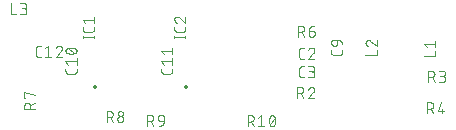
<source format=gbr>
G04 EAGLE Gerber RS-274X export*
G75*
%MOMM*%
%FSLAX34Y34*%
%LPD*%
%INSilkscreen Top*%
%IPPOS*%
%AMOC8*
5,1,8,0,0,1.08239X$1,22.5*%
G01*
%ADD10C,0.152400*%
%ADD11C,0.076200*%


D10*
X82300Y134500D02*
X82302Y134552D01*
X82308Y134604D01*
X82318Y134656D01*
X82331Y134706D01*
X82348Y134756D01*
X82369Y134804D01*
X82394Y134850D01*
X82422Y134894D01*
X82453Y134936D01*
X82487Y134976D01*
X82524Y135013D01*
X82564Y135047D01*
X82606Y135078D01*
X82650Y135106D01*
X82696Y135131D01*
X82744Y135152D01*
X82794Y135169D01*
X82844Y135182D01*
X82896Y135192D01*
X82948Y135198D01*
X83000Y135200D01*
X83052Y135198D01*
X83104Y135192D01*
X83156Y135182D01*
X83206Y135169D01*
X83256Y135152D01*
X83304Y135131D01*
X83350Y135106D01*
X83394Y135078D01*
X83436Y135047D01*
X83476Y135013D01*
X83513Y134976D01*
X83547Y134936D01*
X83578Y134894D01*
X83606Y134850D01*
X83631Y134804D01*
X83652Y134756D01*
X83669Y134706D01*
X83682Y134656D01*
X83692Y134604D01*
X83698Y134552D01*
X83700Y134500D01*
X83698Y134448D01*
X83692Y134396D01*
X83682Y134344D01*
X83669Y134294D01*
X83652Y134244D01*
X83631Y134196D01*
X83606Y134150D01*
X83578Y134106D01*
X83547Y134064D01*
X83513Y134024D01*
X83476Y133987D01*
X83436Y133953D01*
X83394Y133922D01*
X83350Y133894D01*
X83304Y133869D01*
X83256Y133848D01*
X83206Y133831D01*
X83156Y133818D01*
X83104Y133808D01*
X83052Y133802D01*
X83000Y133800D01*
X82948Y133802D01*
X82896Y133808D01*
X82844Y133818D01*
X82794Y133831D01*
X82744Y133848D01*
X82696Y133869D01*
X82650Y133894D01*
X82606Y133922D01*
X82564Y133953D01*
X82524Y133987D01*
X82487Y134024D01*
X82453Y134064D01*
X82422Y134106D01*
X82394Y134150D01*
X82369Y134196D01*
X82348Y134244D01*
X82331Y134294D01*
X82318Y134344D01*
X82308Y134396D01*
X82302Y134448D01*
X82300Y134500D01*
X159300Y134500D02*
X159302Y134552D01*
X159308Y134604D01*
X159318Y134656D01*
X159331Y134706D01*
X159348Y134756D01*
X159369Y134804D01*
X159394Y134850D01*
X159422Y134894D01*
X159453Y134936D01*
X159487Y134976D01*
X159524Y135013D01*
X159564Y135047D01*
X159606Y135078D01*
X159650Y135106D01*
X159696Y135131D01*
X159744Y135152D01*
X159794Y135169D01*
X159844Y135182D01*
X159896Y135192D01*
X159948Y135198D01*
X160000Y135200D01*
X160052Y135198D01*
X160104Y135192D01*
X160156Y135182D01*
X160206Y135169D01*
X160256Y135152D01*
X160304Y135131D01*
X160350Y135106D01*
X160394Y135078D01*
X160436Y135047D01*
X160476Y135013D01*
X160513Y134976D01*
X160547Y134936D01*
X160578Y134894D01*
X160606Y134850D01*
X160631Y134804D01*
X160652Y134756D01*
X160669Y134706D01*
X160682Y134656D01*
X160692Y134604D01*
X160698Y134552D01*
X160700Y134500D01*
X160698Y134448D01*
X160692Y134396D01*
X160682Y134344D01*
X160669Y134294D01*
X160652Y134244D01*
X160631Y134196D01*
X160606Y134150D01*
X160578Y134106D01*
X160547Y134064D01*
X160513Y134024D01*
X160476Y133987D01*
X160436Y133953D01*
X160394Y133922D01*
X160350Y133894D01*
X160304Y133869D01*
X160256Y133848D01*
X160206Y133831D01*
X160156Y133818D01*
X160104Y133808D01*
X160052Y133802D01*
X160000Y133800D01*
X159948Y133802D01*
X159896Y133808D01*
X159844Y133818D01*
X159794Y133831D01*
X159744Y133848D01*
X159696Y133869D01*
X159650Y133894D01*
X159606Y133922D01*
X159564Y133953D01*
X159524Y133987D01*
X159487Y134024D01*
X159453Y134064D01*
X159422Y134106D01*
X159394Y134150D01*
X159369Y134196D01*
X159348Y134244D01*
X159331Y134294D01*
X159318Y134344D01*
X159308Y134396D01*
X159302Y134448D01*
X159300Y134500D01*
D11*
X257841Y158121D02*
X259929Y158121D01*
X257841Y158121D02*
X257752Y158123D01*
X257664Y158129D01*
X257576Y158138D01*
X257488Y158151D01*
X257401Y158168D01*
X257315Y158188D01*
X257230Y158213D01*
X257145Y158240D01*
X257062Y158272D01*
X256981Y158306D01*
X256901Y158345D01*
X256823Y158386D01*
X256746Y158431D01*
X256672Y158479D01*
X256599Y158530D01*
X256529Y158584D01*
X256462Y158642D01*
X256396Y158702D01*
X256334Y158764D01*
X256274Y158830D01*
X256216Y158897D01*
X256162Y158967D01*
X256111Y159040D01*
X256063Y159114D01*
X256018Y159191D01*
X255977Y159269D01*
X255938Y159349D01*
X255904Y159430D01*
X255872Y159513D01*
X255845Y159598D01*
X255820Y159683D01*
X255800Y159769D01*
X255783Y159856D01*
X255770Y159944D01*
X255761Y160032D01*
X255755Y160120D01*
X255753Y160209D01*
X255752Y160209D02*
X255752Y165431D01*
X255753Y165431D02*
X255755Y165522D01*
X255761Y165613D01*
X255771Y165704D01*
X255785Y165794D01*
X255802Y165883D01*
X255824Y165971D01*
X255850Y166059D01*
X255879Y166145D01*
X255912Y166230D01*
X255949Y166313D01*
X255989Y166395D01*
X256033Y166475D01*
X256080Y166553D01*
X256131Y166629D01*
X256184Y166702D01*
X256241Y166773D01*
X256302Y166842D01*
X256365Y166907D01*
X256430Y166970D01*
X256499Y167030D01*
X256570Y167088D01*
X256643Y167141D01*
X256719Y167192D01*
X256797Y167239D01*
X256877Y167283D01*
X256959Y167323D01*
X257042Y167360D01*
X257127Y167393D01*
X257213Y167422D01*
X257301Y167448D01*
X257389Y167470D01*
X257478Y167487D01*
X257568Y167501D01*
X257659Y167511D01*
X257750Y167517D01*
X257841Y167519D01*
X259929Y167519D01*
X266270Y167520D02*
X266365Y167518D01*
X266459Y167512D01*
X266553Y167503D01*
X266647Y167490D01*
X266740Y167473D01*
X266832Y167452D01*
X266924Y167427D01*
X267014Y167399D01*
X267103Y167367D01*
X267191Y167332D01*
X267277Y167293D01*
X267362Y167251D01*
X267445Y167205D01*
X267526Y167156D01*
X267605Y167104D01*
X267682Y167049D01*
X267756Y166990D01*
X267828Y166929D01*
X267898Y166865D01*
X267965Y166798D01*
X268029Y166728D01*
X268090Y166656D01*
X268149Y166582D01*
X268204Y166505D01*
X268256Y166426D01*
X268305Y166345D01*
X268351Y166262D01*
X268393Y166177D01*
X268432Y166091D01*
X268467Y166003D01*
X268499Y165914D01*
X268527Y165824D01*
X268552Y165732D01*
X268573Y165640D01*
X268590Y165547D01*
X268603Y165453D01*
X268612Y165359D01*
X268618Y165265D01*
X268620Y165170D01*
X266270Y167519D02*
X266162Y167517D01*
X266053Y167511D01*
X265945Y167501D01*
X265838Y167488D01*
X265731Y167470D01*
X265624Y167449D01*
X265519Y167424D01*
X265414Y167395D01*
X265311Y167363D01*
X265209Y167326D01*
X265108Y167286D01*
X265009Y167243D01*
X264911Y167196D01*
X264815Y167145D01*
X264721Y167091D01*
X264629Y167034D01*
X264539Y166973D01*
X264451Y166909D01*
X264366Y166843D01*
X264283Y166773D01*
X264203Y166700D01*
X264125Y166624D01*
X264050Y166546D01*
X263978Y166465D01*
X263909Y166381D01*
X263843Y166295D01*
X263780Y166207D01*
X263721Y166116D01*
X263664Y166024D01*
X263611Y165929D01*
X263562Y165833D01*
X263516Y165734D01*
X263473Y165635D01*
X263434Y165533D01*
X263399Y165431D01*
X267836Y163342D02*
X267905Y163411D01*
X267971Y163482D01*
X268035Y163555D01*
X268096Y163631D01*
X268154Y163710D01*
X268208Y163790D01*
X268260Y163873D01*
X268308Y163957D01*
X268354Y164043D01*
X268395Y164131D01*
X268434Y164221D01*
X268469Y164312D01*
X268500Y164404D01*
X268528Y164497D01*
X268552Y164591D01*
X268572Y164686D01*
X268589Y164782D01*
X268602Y164879D01*
X268611Y164976D01*
X268617Y165073D01*
X268619Y165170D01*
X267836Y163342D02*
X263398Y158121D01*
X268619Y158121D01*
X259929Y142321D02*
X257841Y142321D01*
X257752Y142323D01*
X257664Y142329D01*
X257576Y142338D01*
X257488Y142351D01*
X257401Y142368D01*
X257315Y142388D01*
X257230Y142413D01*
X257145Y142440D01*
X257062Y142472D01*
X256981Y142506D01*
X256901Y142545D01*
X256823Y142586D01*
X256746Y142631D01*
X256672Y142679D01*
X256599Y142730D01*
X256529Y142784D01*
X256462Y142842D01*
X256396Y142902D01*
X256334Y142964D01*
X256274Y143030D01*
X256216Y143097D01*
X256162Y143167D01*
X256111Y143240D01*
X256063Y143314D01*
X256018Y143391D01*
X255977Y143469D01*
X255938Y143549D01*
X255904Y143630D01*
X255872Y143713D01*
X255845Y143798D01*
X255820Y143883D01*
X255800Y143969D01*
X255783Y144056D01*
X255770Y144144D01*
X255761Y144232D01*
X255755Y144320D01*
X255753Y144409D01*
X255752Y144409D02*
X255752Y149631D01*
X255753Y149631D02*
X255755Y149722D01*
X255761Y149813D01*
X255771Y149904D01*
X255785Y149994D01*
X255802Y150083D01*
X255824Y150171D01*
X255850Y150259D01*
X255879Y150345D01*
X255912Y150430D01*
X255949Y150513D01*
X255989Y150595D01*
X256033Y150675D01*
X256080Y150753D01*
X256131Y150829D01*
X256184Y150902D01*
X256241Y150973D01*
X256302Y151042D01*
X256365Y151107D01*
X256430Y151170D01*
X256499Y151230D01*
X256570Y151288D01*
X256643Y151341D01*
X256719Y151392D01*
X256797Y151439D01*
X256877Y151483D01*
X256959Y151523D01*
X257042Y151560D01*
X257127Y151593D01*
X257213Y151622D01*
X257301Y151648D01*
X257389Y151670D01*
X257478Y151687D01*
X257568Y151701D01*
X257659Y151711D01*
X257750Y151717D01*
X257841Y151719D01*
X259929Y151719D01*
X263398Y142321D02*
X266008Y142321D01*
X266109Y142323D01*
X266210Y142329D01*
X266311Y142339D01*
X266411Y142352D01*
X266511Y142370D01*
X266610Y142391D01*
X266708Y142417D01*
X266805Y142446D01*
X266901Y142478D01*
X266995Y142515D01*
X267088Y142555D01*
X267180Y142599D01*
X267269Y142646D01*
X267357Y142697D01*
X267443Y142751D01*
X267526Y142808D01*
X267608Y142868D01*
X267686Y142932D01*
X267763Y142998D01*
X267836Y143068D01*
X267907Y143140D01*
X267975Y143215D01*
X268040Y143293D01*
X268102Y143373D01*
X268161Y143455D01*
X268217Y143540D01*
X268269Y143626D01*
X268318Y143715D01*
X268364Y143806D01*
X268405Y143898D01*
X268444Y143992D01*
X268478Y144087D01*
X268509Y144183D01*
X268536Y144281D01*
X268560Y144379D01*
X268579Y144479D01*
X268595Y144579D01*
X268607Y144679D01*
X268615Y144780D01*
X268619Y144881D01*
X268619Y144983D01*
X268615Y145084D01*
X268607Y145185D01*
X268595Y145285D01*
X268579Y145385D01*
X268560Y145485D01*
X268536Y145583D01*
X268509Y145681D01*
X268478Y145777D01*
X268444Y145872D01*
X268405Y145966D01*
X268364Y146058D01*
X268318Y146149D01*
X268269Y146237D01*
X268217Y146324D01*
X268161Y146409D01*
X268102Y146491D01*
X268040Y146571D01*
X267975Y146649D01*
X267907Y146724D01*
X267836Y146796D01*
X267763Y146866D01*
X267686Y146932D01*
X267608Y146996D01*
X267526Y147056D01*
X267443Y147113D01*
X267357Y147167D01*
X267269Y147218D01*
X267180Y147265D01*
X267088Y147309D01*
X266995Y147349D01*
X266901Y147386D01*
X266805Y147418D01*
X266708Y147447D01*
X266610Y147473D01*
X266511Y147494D01*
X266411Y147512D01*
X266311Y147525D01*
X266210Y147535D01*
X266109Y147541D01*
X266008Y147543D01*
X266531Y151719D02*
X263398Y151719D01*
X266531Y151719D02*
X266621Y151717D01*
X266710Y151711D01*
X266800Y151702D01*
X266889Y151688D01*
X266977Y151671D01*
X267064Y151650D01*
X267151Y151625D01*
X267236Y151596D01*
X267320Y151564D01*
X267402Y151529D01*
X267483Y151489D01*
X267562Y151447D01*
X267639Y151401D01*
X267714Y151351D01*
X267787Y151299D01*
X267858Y151243D01*
X267926Y151185D01*
X267991Y151123D01*
X268054Y151059D01*
X268114Y150992D01*
X268171Y150923D01*
X268225Y150851D01*
X268276Y150777D01*
X268324Y150701D01*
X268368Y150623D01*
X268409Y150543D01*
X268447Y150461D01*
X268481Y150378D01*
X268511Y150293D01*
X268538Y150207D01*
X268561Y150121D01*
X268580Y150033D01*
X268595Y149944D01*
X268607Y149855D01*
X268615Y149766D01*
X268619Y149676D01*
X268619Y149586D01*
X268615Y149496D01*
X268607Y149407D01*
X268595Y149318D01*
X268580Y149229D01*
X268561Y149141D01*
X268538Y149055D01*
X268511Y148969D01*
X268481Y148884D01*
X268447Y148801D01*
X268409Y148719D01*
X268368Y148639D01*
X268324Y148561D01*
X268276Y148485D01*
X268225Y148411D01*
X268171Y148339D01*
X268114Y148270D01*
X268054Y148203D01*
X267991Y148139D01*
X267926Y148077D01*
X267858Y148019D01*
X267787Y147963D01*
X267714Y147911D01*
X267639Y147861D01*
X267562Y147815D01*
X267483Y147773D01*
X267402Y147733D01*
X267320Y147698D01*
X267236Y147666D01*
X267151Y147637D01*
X267064Y147612D01*
X266977Y147591D01*
X266889Y147574D01*
X266800Y147560D01*
X266710Y147551D01*
X266621Y147545D01*
X266531Y147543D01*
X266531Y147542D02*
X264442Y147542D01*
X292219Y163669D02*
X292219Y165758D01*
X292219Y163669D02*
X292217Y163580D01*
X292211Y163492D01*
X292202Y163404D01*
X292189Y163316D01*
X292172Y163229D01*
X292152Y163143D01*
X292127Y163058D01*
X292100Y162973D01*
X292068Y162890D01*
X292034Y162809D01*
X291995Y162729D01*
X291954Y162651D01*
X291909Y162574D01*
X291861Y162500D01*
X291810Y162427D01*
X291756Y162357D01*
X291698Y162290D01*
X291638Y162224D01*
X291576Y162162D01*
X291510Y162102D01*
X291443Y162044D01*
X291373Y161990D01*
X291300Y161939D01*
X291226Y161891D01*
X291149Y161846D01*
X291071Y161805D01*
X290991Y161766D01*
X290910Y161732D01*
X290827Y161700D01*
X290742Y161673D01*
X290657Y161648D01*
X290571Y161628D01*
X290484Y161611D01*
X290396Y161598D01*
X290308Y161589D01*
X290220Y161583D01*
X290131Y161581D01*
X284909Y161581D01*
X284818Y161583D01*
X284727Y161589D01*
X284636Y161599D01*
X284546Y161613D01*
X284457Y161631D01*
X284368Y161652D01*
X284281Y161678D01*
X284195Y161707D01*
X284110Y161740D01*
X284026Y161777D01*
X283944Y161817D01*
X283865Y161861D01*
X283787Y161908D01*
X283711Y161959D01*
X283637Y162013D01*
X283566Y162070D01*
X283498Y162130D01*
X283432Y162193D01*
X283369Y162259D01*
X283309Y162327D01*
X283252Y162398D01*
X283198Y162472D01*
X283147Y162548D01*
X283100Y162625D01*
X283056Y162705D01*
X283016Y162787D01*
X282979Y162871D01*
X282946Y162955D01*
X282917Y163042D01*
X282891Y163129D01*
X282870Y163218D01*
X282852Y163307D01*
X282838Y163397D01*
X282828Y163488D01*
X282822Y163579D01*
X282820Y163670D01*
X282821Y163669D02*
X282821Y165758D01*
X288042Y171315D02*
X288042Y174448D01*
X288042Y171315D02*
X288040Y171226D01*
X288034Y171138D01*
X288025Y171050D01*
X288012Y170962D01*
X287995Y170875D01*
X287975Y170789D01*
X287950Y170704D01*
X287923Y170619D01*
X287891Y170536D01*
X287857Y170455D01*
X287818Y170375D01*
X287777Y170297D01*
X287732Y170220D01*
X287684Y170146D01*
X287633Y170073D01*
X287579Y170003D01*
X287521Y169936D01*
X287461Y169870D01*
X287399Y169808D01*
X287333Y169748D01*
X287266Y169690D01*
X287196Y169636D01*
X287123Y169585D01*
X287049Y169537D01*
X286972Y169492D01*
X286894Y169451D01*
X286814Y169412D01*
X286733Y169378D01*
X286650Y169346D01*
X286565Y169319D01*
X286480Y169294D01*
X286394Y169274D01*
X286307Y169257D01*
X286219Y169244D01*
X286131Y169235D01*
X286043Y169229D01*
X285954Y169227D01*
X285432Y169227D01*
X285432Y169226D02*
X285331Y169228D01*
X285230Y169234D01*
X285129Y169244D01*
X285029Y169257D01*
X284929Y169275D01*
X284830Y169296D01*
X284732Y169322D01*
X284635Y169351D01*
X284539Y169383D01*
X284445Y169420D01*
X284352Y169460D01*
X284260Y169504D01*
X284171Y169551D01*
X284083Y169602D01*
X283997Y169656D01*
X283914Y169713D01*
X283832Y169773D01*
X283754Y169837D01*
X283677Y169903D01*
X283604Y169973D01*
X283533Y170045D01*
X283465Y170120D01*
X283400Y170198D01*
X283338Y170278D01*
X283279Y170360D01*
X283223Y170445D01*
X283171Y170532D01*
X283122Y170620D01*
X283076Y170711D01*
X283035Y170803D01*
X282996Y170897D01*
X282962Y170992D01*
X282931Y171088D01*
X282904Y171186D01*
X282880Y171284D01*
X282861Y171384D01*
X282845Y171484D01*
X282833Y171584D01*
X282825Y171685D01*
X282821Y171786D01*
X282821Y171888D01*
X282825Y171989D01*
X282833Y172090D01*
X282845Y172190D01*
X282861Y172290D01*
X282880Y172390D01*
X282904Y172488D01*
X282931Y172586D01*
X282962Y172682D01*
X282996Y172777D01*
X283035Y172871D01*
X283076Y172963D01*
X283122Y173054D01*
X283171Y173143D01*
X283223Y173229D01*
X283279Y173314D01*
X283338Y173396D01*
X283400Y173476D01*
X283465Y173554D01*
X283533Y173629D01*
X283604Y173701D01*
X283677Y173771D01*
X283754Y173837D01*
X283832Y173901D01*
X283914Y173961D01*
X283997Y174018D01*
X284083Y174072D01*
X284171Y174123D01*
X284260Y174170D01*
X284352Y174214D01*
X284445Y174254D01*
X284539Y174291D01*
X284635Y174323D01*
X284732Y174352D01*
X284830Y174378D01*
X284929Y174399D01*
X285029Y174417D01*
X285129Y174430D01*
X285230Y174440D01*
X285331Y174446D01*
X285432Y174448D01*
X288042Y174448D01*
X288168Y174446D01*
X288294Y174440D01*
X288420Y174431D01*
X288545Y174418D01*
X288670Y174400D01*
X288795Y174380D01*
X288919Y174355D01*
X289042Y174327D01*
X289164Y174295D01*
X289285Y174259D01*
X289405Y174220D01*
X289523Y174177D01*
X289640Y174130D01*
X289756Y174080D01*
X289871Y174026D01*
X289983Y173970D01*
X290094Y173909D01*
X290203Y173846D01*
X290310Y173779D01*
X290415Y173709D01*
X290518Y173635D01*
X290618Y173559D01*
X290716Y173480D01*
X290812Y173398D01*
X290905Y173312D01*
X290996Y173225D01*
X291083Y173134D01*
X291169Y173041D01*
X291251Y172945D01*
X291330Y172847D01*
X291406Y172747D01*
X291480Y172644D01*
X291550Y172539D01*
X291617Y172432D01*
X291680Y172323D01*
X291741Y172212D01*
X291797Y172100D01*
X291851Y171985D01*
X291901Y171869D01*
X291948Y171752D01*
X291991Y171634D01*
X292030Y171514D01*
X292066Y171393D01*
X292098Y171271D01*
X292126Y171148D01*
X292151Y171024D01*
X292171Y170899D01*
X292189Y170774D01*
X292202Y170649D01*
X292211Y170523D01*
X292217Y170397D01*
X292219Y170271D01*
X81949Y176375D02*
X72551Y176375D01*
X81949Y175331D02*
X81949Y177419D01*
X72551Y177419D02*
X72551Y175331D01*
X81949Y183143D02*
X81949Y185231D01*
X81949Y183143D02*
X81947Y183054D01*
X81941Y182966D01*
X81932Y182878D01*
X81919Y182790D01*
X81902Y182703D01*
X81882Y182617D01*
X81857Y182532D01*
X81830Y182447D01*
X81798Y182364D01*
X81764Y182283D01*
X81725Y182203D01*
X81684Y182125D01*
X81639Y182048D01*
X81591Y181974D01*
X81540Y181901D01*
X81486Y181831D01*
X81428Y181764D01*
X81368Y181698D01*
X81306Y181636D01*
X81240Y181576D01*
X81173Y181518D01*
X81103Y181464D01*
X81030Y181413D01*
X80956Y181365D01*
X80879Y181320D01*
X80801Y181279D01*
X80721Y181240D01*
X80640Y181206D01*
X80557Y181174D01*
X80472Y181147D01*
X80387Y181122D01*
X80301Y181102D01*
X80214Y181085D01*
X80126Y181072D01*
X80038Y181063D01*
X79950Y181057D01*
X79861Y181055D01*
X79861Y181054D02*
X74639Y181054D01*
X74548Y181056D01*
X74457Y181062D01*
X74366Y181072D01*
X74276Y181086D01*
X74187Y181104D01*
X74098Y181125D01*
X74011Y181151D01*
X73925Y181180D01*
X73840Y181213D01*
X73756Y181250D01*
X73674Y181290D01*
X73595Y181334D01*
X73517Y181381D01*
X73441Y181432D01*
X73367Y181486D01*
X73296Y181543D01*
X73228Y181603D01*
X73162Y181666D01*
X73099Y181732D01*
X73039Y181800D01*
X72982Y181871D01*
X72928Y181945D01*
X72877Y182021D01*
X72830Y182098D01*
X72786Y182178D01*
X72746Y182260D01*
X72709Y182344D01*
X72676Y182428D01*
X72647Y182515D01*
X72621Y182602D01*
X72600Y182691D01*
X72582Y182780D01*
X72568Y182870D01*
X72558Y182961D01*
X72552Y183052D01*
X72550Y183143D01*
X72551Y183143D02*
X72551Y185231D01*
X74639Y188700D02*
X72551Y191310D01*
X81949Y191310D01*
X81949Y188700D02*
X81949Y193921D01*
X150051Y176375D02*
X159449Y176375D01*
X159449Y175331D02*
X159449Y177419D01*
X150051Y177419D02*
X150051Y175331D01*
X159449Y183143D02*
X159449Y185231D01*
X159449Y183143D02*
X159447Y183054D01*
X159441Y182966D01*
X159432Y182878D01*
X159419Y182790D01*
X159402Y182703D01*
X159382Y182617D01*
X159357Y182532D01*
X159330Y182447D01*
X159298Y182364D01*
X159264Y182283D01*
X159225Y182203D01*
X159184Y182125D01*
X159139Y182048D01*
X159091Y181974D01*
X159040Y181901D01*
X158986Y181831D01*
X158928Y181764D01*
X158868Y181698D01*
X158806Y181636D01*
X158740Y181576D01*
X158673Y181518D01*
X158603Y181464D01*
X158530Y181413D01*
X158456Y181365D01*
X158379Y181320D01*
X158301Y181279D01*
X158221Y181240D01*
X158140Y181206D01*
X158057Y181174D01*
X157972Y181147D01*
X157887Y181122D01*
X157801Y181102D01*
X157714Y181085D01*
X157626Y181072D01*
X157538Y181063D01*
X157450Y181057D01*
X157361Y181055D01*
X157361Y181054D02*
X152139Y181054D01*
X152048Y181056D01*
X151957Y181062D01*
X151866Y181072D01*
X151776Y181086D01*
X151687Y181104D01*
X151598Y181125D01*
X151511Y181151D01*
X151425Y181180D01*
X151340Y181213D01*
X151256Y181250D01*
X151174Y181290D01*
X151095Y181334D01*
X151017Y181381D01*
X150941Y181432D01*
X150867Y181486D01*
X150796Y181543D01*
X150728Y181603D01*
X150662Y181666D01*
X150599Y181732D01*
X150539Y181800D01*
X150482Y181871D01*
X150428Y181945D01*
X150377Y182021D01*
X150330Y182098D01*
X150286Y182178D01*
X150246Y182260D01*
X150209Y182344D01*
X150176Y182428D01*
X150147Y182515D01*
X150121Y182602D01*
X150100Y182691D01*
X150082Y182780D01*
X150068Y182870D01*
X150058Y182961D01*
X150052Y183052D01*
X150050Y183143D01*
X150051Y183143D02*
X150051Y185231D01*
X150051Y191571D02*
X150053Y191666D01*
X150059Y191760D01*
X150068Y191854D01*
X150081Y191948D01*
X150098Y192041D01*
X150119Y192133D01*
X150144Y192225D01*
X150172Y192315D01*
X150204Y192404D01*
X150239Y192492D01*
X150278Y192578D01*
X150320Y192663D01*
X150366Y192746D01*
X150415Y192827D01*
X150467Y192906D01*
X150522Y192983D01*
X150581Y193057D01*
X150642Y193129D01*
X150706Y193199D01*
X150773Y193266D01*
X150843Y193330D01*
X150915Y193391D01*
X150989Y193450D01*
X151066Y193505D01*
X151145Y193557D01*
X151226Y193606D01*
X151309Y193652D01*
X151394Y193694D01*
X151480Y193733D01*
X151568Y193768D01*
X151657Y193800D01*
X151747Y193828D01*
X151839Y193853D01*
X151931Y193874D01*
X152024Y193891D01*
X152118Y193904D01*
X152212Y193913D01*
X152306Y193919D01*
X152401Y193921D01*
X150051Y191571D02*
X150053Y191463D01*
X150059Y191354D01*
X150069Y191246D01*
X150082Y191139D01*
X150100Y191032D01*
X150121Y190925D01*
X150146Y190820D01*
X150175Y190715D01*
X150207Y190612D01*
X150244Y190510D01*
X150284Y190409D01*
X150327Y190310D01*
X150374Y190212D01*
X150425Y190116D01*
X150479Y190022D01*
X150536Y189930D01*
X150597Y189840D01*
X150661Y189752D01*
X150727Y189667D01*
X150797Y189584D01*
X150870Y189504D01*
X150946Y189426D01*
X151024Y189351D01*
X151105Y189279D01*
X151189Y189210D01*
X151275Y189144D01*
X151363Y189081D01*
X151454Y189022D01*
X151546Y188965D01*
X151641Y188912D01*
X151738Y188863D01*
X151836Y188817D01*
X151935Y188774D01*
X152037Y188735D01*
X152139Y188700D01*
X154229Y193138D02*
X154160Y193207D01*
X154089Y193273D01*
X154016Y193337D01*
X153940Y193398D01*
X153861Y193456D01*
X153781Y193510D01*
X153698Y193562D01*
X153614Y193610D01*
X153528Y193656D01*
X153440Y193697D01*
X153350Y193736D01*
X153259Y193771D01*
X153167Y193802D01*
X153074Y193830D01*
X152980Y193854D01*
X152885Y193874D01*
X152789Y193891D01*
X152692Y193904D01*
X152595Y193913D01*
X152498Y193919D01*
X152401Y193921D01*
X154228Y193138D02*
X159449Y188700D01*
X159449Y193921D01*
X361571Y160431D02*
X370969Y160431D01*
X370969Y164608D01*
X363659Y168033D02*
X361571Y170644D01*
X370969Y170644D01*
X370969Y168033D02*
X370969Y173255D01*
X321269Y161131D02*
X311871Y161131D01*
X321269Y161131D02*
X321269Y165308D01*
X314221Y173955D02*
X314126Y173953D01*
X314032Y173947D01*
X313938Y173938D01*
X313844Y173925D01*
X313751Y173908D01*
X313659Y173887D01*
X313567Y173862D01*
X313477Y173834D01*
X313388Y173802D01*
X313300Y173767D01*
X313214Y173728D01*
X313129Y173686D01*
X313046Y173640D01*
X312965Y173591D01*
X312886Y173539D01*
X312809Y173484D01*
X312735Y173425D01*
X312663Y173364D01*
X312593Y173300D01*
X312526Y173233D01*
X312462Y173163D01*
X312401Y173091D01*
X312342Y173017D01*
X312287Y172940D01*
X312235Y172861D01*
X312186Y172780D01*
X312140Y172697D01*
X312098Y172612D01*
X312059Y172526D01*
X312024Y172438D01*
X311992Y172349D01*
X311964Y172259D01*
X311939Y172167D01*
X311918Y172075D01*
X311901Y171982D01*
X311888Y171888D01*
X311879Y171794D01*
X311873Y171700D01*
X311871Y171605D01*
X311873Y171497D01*
X311879Y171388D01*
X311889Y171280D01*
X311902Y171173D01*
X311920Y171066D01*
X311941Y170959D01*
X311966Y170854D01*
X311995Y170749D01*
X312027Y170646D01*
X312064Y170544D01*
X312104Y170443D01*
X312147Y170344D01*
X312194Y170246D01*
X312245Y170150D01*
X312299Y170056D01*
X312356Y169964D01*
X312417Y169874D01*
X312481Y169786D01*
X312547Y169701D01*
X312617Y169618D01*
X312690Y169538D01*
X312766Y169460D01*
X312844Y169385D01*
X312925Y169313D01*
X313009Y169244D01*
X313095Y169178D01*
X313183Y169115D01*
X313274Y169056D01*
X313366Y168999D01*
X313461Y168946D01*
X313558Y168897D01*
X313656Y168851D01*
X313755Y168808D01*
X313857Y168769D01*
X313959Y168734D01*
X316049Y173172D02*
X315980Y173241D01*
X315909Y173307D01*
X315836Y173371D01*
X315760Y173432D01*
X315681Y173490D01*
X315601Y173544D01*
X315518Y173596D01*
X315434Y173644D01*
X315348Y173690D01*
X315260Y173731D01*
X315170Y173770D01*
X315079Y173805D01*
X314987Y173836D01*
X314894Y173864D01*
X314800Y173888D01*
X314705Y173908D01*
X314609Y173925D01*
X314512Y173938D01*
X314415Y173947D01*
X314318Y173953D01*
X314221Y173955D01*
X316048Y173171D02*
X321269Y168733D01*
X321269Y173955D01*
X254161Y134169D02*
X254161Y124771D01*
X254161Y134169D02*
X256772Y134169D01*
X256873Y134167D01*
X256974Y134161D01*
X257075Y134151D01*
X257175Y134138D01*
X257275Y134120D01*
X257374Y134099D01*
X257472Y134073D01*
X257569Y134044D01*
X257665Y134012D01*
X257759Y133975D01*
X257852Y133935D01*
X257944Y133891D01*
X258033Y133844D01*
X258121Y133793D01*
X258207Y133739D01*
X258290Y133682D01*
X258372Y133622D01*
X258450Y133558D01*
X258527Y133492D01*
X258600Y133422D01*
X258671Y133350D01*
X258739Y133275D01*
X258804Y133197D01*
X258866Y133117D01*
X258925Y133035D01*
X258981Y132950D01*
X259033Y132863D01*
X259082Y132775D01*
X259128Y132684D01*
X259169Y132592D01*
X259208Y132498D01*
X259242Y132403D01*
X259273Y132307D01*
X259300Y132209D01*
X259324Y132111D01*
X259343Y132011D01*
X259359Y131911D01*
X259371Y131811D01*
X259379Y131710D01*
X259383Y131609D01*
X259383Y131507D01*
X259379Y131406D01*
X259371Y131305D01*
X259359Y131205D01*
X259343Y131105D01*
X259324Y131005D01*
X259300Y130907D01*
X259273Y130809D01*
X259242Y130713D01*
X259208Y130618D01*
X259169Y130524D01*
X259128Y130432D01*
X259082Y130341D01*
X259033Y130252D01*
X258981Y130166D01*
X258925Y130081D01*
X258866Y129999D01*
X258804Y129919D01*
X258739Y129841D01*
X258671Y129766D01*
X258600Y129694D01*
X258527Y129624D01*
X258450Y129558D01*
X258372Y129494D01*
X258290Y129434D01*
X258207Y129377D01*
X258121Y129323D01*
X258033Y129272D01*
X257944Y129225D01*
X257852Y129181D01*
X257759Y129141D01*
X257665Y129104D01*
X257569Y129072D01*
X257472Y129043D01*
X257374Y129017D01*
X257275Y128996D01*
X257175Y128978D01*
X257075Y128965D01*
X256974Y128955D01*
X256873Y128949D01*
X256772Y128947D01*
X256772Y128948D02*
X254161Y128948D01*
X257294Y128948D02*
X259382Y124771D01*
X268470Y131820D02*
X268468Y131915D01*
X268462Y132009D01*
X268453Y132103D01*
X268440Y132197D01*
X268423Y132290D01*
X268402Y132382D01*
X268377Y132474D01*
X268349Y132564D01*
X268317Y132653D01*
X268282Y132741D01*
X268243Y132827D01*
X268201Y132912D01*
X268155Y132995D01*
X268106Y133076D01*
X268054Y133155D01*
X267999Y133232D01*
X267940Y133306D01*
X267879Y133378D01*
X267815Y133448D01*
X267748Y133515D01*
X267678Y133579D01*
X267606Y133640D01*
X267532Y133699D01*
X267455Y133754D01*
X267376Y133806D01*
X267295Y133855D01*
X267212Y133901D01*
X267127Y133943D01*
X267041Y133982D01*
X266953Y134017D01*
X266864Y134049D01*
X266774Y134077D01*
X266682Y134102D01*
X266590Y134123D01*
X266497Y134140D01*
X266403Y134153D01*
X266309Y134162D01*
X266215Y134168D01*
X266120Y134170D01*
X266120Y134169D02*
X266012Y134167D01*
X265903Y134161D01*
X265795Y134151D01*
X265688Y134138D01*
X265581Y134120D01*
X265474Y134099D01*
X265369Y134074D01*
X265264Y134045D01*
X265161Y134013D01*
X265059Y133976D01*
X264958Y133936D01*
X264859Y133893D01*
X264761Y133846D01*
X264665Y133795D01*
X264571Y133741D01*
X264479Y133684D01*
X264389Y133623D01*
X264301Y133559D01*
X264216Y133493D01*
X264133Y133423D01*
X264053Y133350D01*
X263975Y133274D01*
X263900Y133196D01*
X263828Y133115D01*
X263759Y133031D01*
X263693Y132945D01*
X263630Y132857D01*
X263571Y132766D01*
X263514Y132674D01*
X263461Y132579D01*
X263412Y132483D01*
X263366Y132384D01*
X263323Y132285D01*
X263284Y132183D01*
X263249Y132081D01*
X267686Y129992D02*
X267755Y130061D01*
X267821Y130132D01*
X267885Y130205D01*
X267946Y130281D01*
X268004Y130360D01*
X268058Y130440D01*
X268110Y130523D01*
X268158Y130607D01*
X268204Y130693D01*
X268245Y130781D01*
X268284Y130871D01*
X268319Y130962D01*
X268350Y131054D01*
X268378Y131147D01*
X268402Y131241D01*
X268422Y131336D01*
X268439Y131432D01*
X268452Y131529D01*
X268461Y131626D01*
X268467Y131723D01*
X268469Y131820D01*
X267686Y129992D02*
X263248Y124771D01*
X268469Y124771D01*
X365131Y138531D02*
X365131Y147929D01*
X367742Y147929D01*
X367843Y147927D01*
X367944Y147921D01*
X368045Y147911D01*
X368145Y147898D01*
X368245Y147880D01*
X368344Y147859D01*
X368442Y147833D01*
X368539Y147804D01*
X368635Y147772D01*
X368729Y147735D01*
X368822Y147695D01*
X368914Y147651D01*
X369003Y147604D01*
X369091Y147553D01*
X369177Y147499D01*
X369260Y147442D01*
X369342Y147382D01*
X369420Y147318D01*
X369497Y147252D01*
X369570Y147182D01*
X369641Y147110D01*
X369709Y147035D01*
X369774Y146957D01*
X369836Y146877D01*
X369895Y146795D01*
X369951Y146710D01*
X370003Y146623D01*
X370052Y146535D01*
X370098Y146444D01*
X370139Y146352D01*
X370178Y146258D01*
X370212Y146163D01*
X370243Y146067D01*
X370270Y145969D01*
X370294Y145871D01*
X370313Y145771D01*
X370329Y145671D01*
X370341Y145571D01*
X370349Y145470D01*
X370353Y145369D01*
X370353Y145267D01*
X370349Y145166D01*
X370341Y145065D01*
X370329Y144965D01*
X370313Y144865D01*
X370294Y144765D01*
X370270Y144667D01*
X370243Y144569D01*
X370212Y144473D01*
X370178Y144378D01*
X370139Y144284D01*
X370098Y144192D01*
X370052Y144101D01*
X370003Y144012D01*
X369951Y143926D01*
X369895Y143841D01*
X369836Y143759D01*
X369774Y143679D01*
X369709Y143601D01*
X369641Y143526D01*
X369570Y143454D01*
X369497Y143384D01*
X369420Y143318D01*
X369342Y143254D01*
X369260Y143194D01*
X369177Y143137D01*
X369091Y143083D01*
X369003Y143032D01*
X368914Y142985D01*
X368822Y142941D01*
X368729Y142901D01*
X368635Y142864D01*
X368539Y142832D01*
X368442Y142803D01*
X368344Y142777D01*
X368245Y142756D01*
X368145Y142738D01*
X368045Y142725D01*
X367944Y142715D01*
X367843Y142709D01*
X367742Y142707D01*
X367742Y142708D02*
X365131Y142708D01*
X368264Y142708D02*
X370352Y138531D01*
X374218Y138531D02*
X376828Y138531D01*
X376929Y138533D01*
X377030Y138539D01*
X377131Y138549D01*
X377231Y138562D01*
X377331Y138580D01*
X377430Y138601D01*
X377528Y138627D01*
X377625Y138656D01*
X377721Y138688D01*
X377815Y138725D01*
X377908Y138765D01*
X378000Y138809D01*
X378089Y138856D01*
X378177Y138907D01*
X378263Y138961D01*
X378346Y139018D01*
X378428Y139078D01*
X378506Y139142D01*
X378583Y139208D01*
X378656Y139278D01*
X378727Y139350D01*
X378795Y139425D01*
X378860Y139503D01*
X378922Y139583D01*
X378981Y139665D01*
X379037Y139750D01*
X379089Y139836D01*
X379138Y139925D01*
X379184Y140016D01*
X379225Y140108D01*
X379264Y140202D01*
X379298Y140297D01*
X379329Y140393D01*
X379356Y140491D01*
X379380Y140589D01*
X379399Y140689D01*
X379415Y140789D01*
X379427Y140889D01*
X379435Y140990D01*
X379439Y141091D01*
X379439Y141193D01*
X379435Y141294D01*
X379427Y141395D01*
X379415Y141495D01*
X379399Y141595D01*
X379380Y141695D01*
X379356Y141793D01*
X379329Y141891D01*
X379298Y141987D01*
X379264Y142082D01*
X379225Y142176D01*
X379184Y142268D01*
X379138Y142359D01*
X379089Y142447D01*
X379037Y142534D01*
X378981Y142619D01*
X378922Y142701D01*
X378860Y142781D01*
X378795Y142859D01*
X378727Y142934D01*
X378656Y143006D01*
X378583Y143076D01*
X378506Y143142D01*
X378428Y143206D01*
X378346Y143266D01*
X378263Y143323D01*
X378177Y143377D01*
X378089Y143428D01*
X378000Y143475D01*
X377908Y143519D01*
X377815Y143559D01*
X377721Y143596D01*
X377625Y143628D01*
X377528Y143657D01*
X377430Y143683D01*
X377331Y143704D01*
X377231Y143722D01*
X377131Y143735D01*
X377030Y143745D01*
X376929Y143751D01*
X376828Y143753D01*
X377351Y147929D02*
X374218Y147929D01*
X377351Y147929D02*
X377441Y147927D01*
X377530Y147921D01*
X377620Y147912D01*
X377709Y147898D01*
X377797Y147881D01*
X377884Y147860D01*
X377971Y147835D01*
X378056Y147806D01*
X378140Y147774D01*
X378222Y147739D01*
X378303Y147699D01*
X378382Y147657D01*
X378459Y147611D01*
X378534Y147561D01*
X378607Y147509D01*
X378678Y147453D01*
X378746Y147395D01*
X378811Y147333D01*
X378874Y147269D01*
X378934Y147202D01*
X378991Y147133D01*
X379045Y147061D01*
X379096Y146987D01*
X379144Y146911D01*
X379188Y146833D01*
X379229Y146753D01*
X379267Y146671D01*
X379301Y146588D01*
X379331Y146503D01*
X379358Y146417D01*
X379381Y146331D01*
X379400Y146243D01*
X379415Y146154D01*
X379427Y146065D01*
X379435Y145976D01*
X379439Y145886D01*
X379439Y145796D01*
X379435Y145706D01*
X379427Y145617D01*
X379415Y145528D01*
X379400Y145439D01*
X379381Y145351D01*
X379358Y145265D01*
X379331Y145179D01*
X379301Y145094D01*
X379267Y145011D01*
X379229Y144929D01*
X379188Y144849D01*
X379144Y144771D01*
X379096Y144695D01*
X379045Y144621D01*
X378991Y144549D01*
X378934Y144480D01*
X378874Y144413D01*
X378811Y144349D01*
X378746Y144287D01*
X378678Y144229D01*
X378607Y144173D01*
X378534Y144121D01*
X378459Y144071D01*
X378382Y144025D01*
X378303Y143983D01*
X378222Y143943D01*
X378140Y143908D01*
X378056Y143876D01*
X377971Y143847D01*
X377884Y143822D01*
X377797Y143801D01*
X377709Y143784D01*
X377620Y143770D01*
X377530Y143761D01*
X377441Y143755D01*
X377351Y143753D01*
X377351Y143752D02*
X375262Y143752D01*
X364231Y121229D02*
X364231Y111831D01*
X364231Y121229D02*
X366842Y121229D01*
X366943Y121227D01*
X367044Y121221D01*
X367145Y121211D01*
X367245Y121198D01*
X367345Y121180D01*
X367444Y121159D01*
X367542Y121133D01*
X367639Y121104D01*
X367735Y121072D01*
X367829Y121035D01*
X367922Y120995D01*
X368014Y120951D01*
X368103Y120904D01*
X368191Y120853D01*
X368277Y120799D01*
X368360Y120742D01*
X368442Y120682D01*
X368520Y120618D01*
X368597Y120552D01*
X368670Y120482D01*
X368741Y120410D01*
X368809Y120335D01*
X368874Y120257D01*
X368936Y120177D01*
X368995Y120095D01*
X369051Y120010D01*
X369103Y119923D01*
X369152Y119835D01*
X369198Y119744D01*
X369239Y119652D01*
X369278Y119558D01*
X369312Y119463D01*
X369343Y119367D01*
X369370Y119269D01*
X369394Y119171D01*
X369413Y119071D01*
X369429Y118971D01*
X369441Y118871D01*
X369449Y118770D01*
X369453Y118669D01*
X369453Y118567D01*
X369449Y118466D01*
X369441Y118365D01*
X369429Y118265D01*
X369413Y118165D01*
X369394Y118065D01*
X369370Y117967D01*
X369343Y117869D01*
X369312Y117773D01*
X369278Y117678D01*
X369239Y117584D01*
X369198Y117492D01*
X369152Y117401D01*
X369103Y117312D01*
X369051Y117226D01*
X368995Y117141D01*
X368936Y117059D01*
X368874Y116979D01*
X368809Y116901D01*
X368741Y116826D01*
X368670Y116754D01*
X368597Y116684D01*
X368520Y116618D01*
X368442Y116554D01*
X368360Y116494D01*
X368277Y116437D01*
X368191Y116383D01*
X368103Y116332D01*
X368014Y116285D01*
X367922Y116241D01*
X367829Y116201D01*
X367735Y116164D01*
X367639Y116132D01*
X367542Y116103D01*
X367444Y116077D01*
X367345Y116056D01*
X367245Y116038D01*
X367145Y116025D01*
X367044Y116015D01*
X366943Y116009D01*
X366842Y116007D01*
X366842Y116008D02*
X364231Y116008D01*
X367364Y116008D02*
X369452Y111831D01*
X373318Y113919D02*
X375406Y121229D01*
X373318Y113919D02*
X378539Y113919D01*
X376973Y116008D02*
X376973Y111831D01*
X254661Y176771D02*
X254661Y186169D01*
X257272Y186169D01*
X257373Y186167D01*
X257474Y186161D01*
X257575Y186151D01*
X257675Y186138D01*
X257775Y186120D01*
X257874Y186099D01*
X257972Y186073D01*
X258069Y186044D01*
X258165Y186012D01*
X258259Y185975D01*
X258352Y185935D01*
X258444Y185891D01*
X258533Y185844D01*
X258621Y185793D01*
X258707Y185739D01*
X258790Y185682D01*
X258872Y185622D01*
X258950Y185558D01*
X259027Y185492D01*
X259100Y185422D01*
X259171Y185350D01*
X259239Y185275D01*
X259304Y185197D01*
X259366Y185117D01*
X259425Y185035D01*
X259481Y184950D01*
X259533Y184863D01*
X259582Y184775D01*
X259628Y184684D01*
X259669Y184592D01*
X259708Y184498D01*
X259742Y184403D01*
X259773Y184307D01*
X259800Y184209D01*
X259824Y184111D01*
X259843Y184011D01*
X259859Y183911D01*
X259871Y183811D01*
X259879Y183710D01*
X259883Y183609D01*
X259883Y183507D01*
X259879Y183406D01*
X259871Y183305D01*
X259859Y183205D01*
X259843Y183105D01*
X259824Y183005D01*
X259800Y182907D01*
X259773Y182809D01*
X259742Y182713D01*
X259708Y182618D01*
X259669Y182524D01*
X259628Y182432D01*
X259582Y182341D01*
X259533Y182252D01*
X259481Y182166D01*
X259425Y182081D01*
X259366Y181999D01*
X259304Y181919D01*
X259239Y181841D01*
X259171Y181766D01*
X259100Y181694D01*
X259027Y181624D01*
X258950Y181558D01*
X258872Y181494D01*
X258790Y181434D01*
X258707Y181377D01*
X258621Y181323D01*
X258533Y181272D01*
X258444Y181225D01*
X258352Y181181D01*
X258259Y181141D01*
X258165Y181104D01*
X258069Y181072D01*
X257972Y181043D01*
X257874Y181017D01*
X257775Y180996D01*
X257675Y180978D01*
X257575Y180965D01*
X257474Y180955D01*
X257373Y180949D01*
X257272Y180947D01*
X257272Y180948D02*
X254661Y180948D01*
X257794Y180948D02*
X259882Y176771D01*
X263748Y181992D02*
X266881Y181992D01*
X266970Y181990D01*
X267058Y181984D01*
X267146Y181975D01*
X267234Y181962D01*
X267321Y181945D01*
X267407Y181925D01*
X267492Y181900D01*
X267577Y181873D01*
X267660Y181841D01*
X267741Y181807D01*
X267821Y181768D01*
X267899Y181727D01*
X267976Y181682D01*
X268050Y181634D01*
X268123Y181583D01*
X268193Y181529D01*
X268260Y181471D01*
X268326Y181411D01*
X268388Y181349D01*
X268448Y181283D01*
X268506Y181216D01*
X268560Y181146D01*
X268611Y181073D01*
X268659Y180999D01*
X268704Y180922D01*
X268745Y180844D01*
X268784Y180764D01*
X268818Y180683D01*
X268850Y180600D01*
X268877Y180515D01*
X268902Y180430D01*
X268922Y180344D01*
X268939Y180257D01*
X268952Y180169D01*
X268961Y180081D01*
X268967Y179993D01*
X268969Y179904D01*
X268969Y179382D01*
X268967Y179281D01*
X268961Y179180D01*
X268951Y179079D01*
X268938Y178979D01*
X268920Y178879D01*
X268899Y178780D01*
X268873Y178682D01*
X268844Y178585D01*
X268812Y178489D01*
X268775Y178395D01*
X268735Y178302D01*
X268691Y178210D01*
X268644Y178121D01*
X268593Y178033D01*
X268539Y177947D01*
X268482Y177864D01*
X268422Y177782D01*
X268358Y177704D01*
X268292Y177627D01*
X268222Y177554D01*
X268150Y177483D01*
X268075Y177415D01*
X267997Y177350D01*
X267917Y177288D01*
X267835Y177229D01*
X267750Y177173D01*
X267663Y177121D01*
X267575Y177072D01*
X267484Y177026D01*
X267392Y176985D01*
X267298Y176946D01*
X267203Y176912D01*
X267107Y176881D01*
X267009Y176854D01*
X266911Y176830D01*
X266811Y176811D01*
X266711Y176795D01*
X266611Y176783D01*
X266510Y176775D01*
X266409Y176771D01*
X266307Y176771D01*
X266206Y176775D01*
X266105Y176783D01*
X266005Y176795D01*
X265905Y176811D01*
X265805Y176830D01*
X265707Y176854D01*
X265609Y176881D01*
X265513Y176912D01*
X265418Y176946D01*
X265324Y176985D01*
X265232Y177026D01*
X265141Y177072D01*
X265053Y177121D01*
X264966Y177173D01*
X264881Y177229D01*
X264799Y177288D01*
X264719Y177350D01*
X264641Y177415D01*
X264566Y177483D01*
X264494Y177554D01*
X264424Y177627D01*
X264358Y177704D01*
X264294Y177782D01*
X264234Y177864D01*
X264177Y177947D01*
X264123Y178033D01*
X264072Y178121D01*
X264025Y178210D01*
X263981Y178302D01*
X263941Y178395D01*
X263904Y178489D01*
X263872Y178585D01*
X263843Y178682D01*
X263817Y178780D01*
X263796Y178879D01*
X263778Y178979D01*
X263765Y179079D01*
X263755Y179180D01*
X263749Y179281D01*
X263747Y179382D01*
X263748Y179382D02*
X263748Y181992D01*
X263750Y182121D01*
X263756Y182249D01*
X263766Y182377D01*
X263780Y182505D01*
X263797Y182633D01*
X263819Y182760D01*
X263845Y182886D01*
X263874Y183011D01*
X263907Y183135D01*
X263945Y183258D01*
X263985Y183380D01*
X264030Y183501D01*
X264078Y183620D01*
X264130Y183738D01*
X264186Y183854D01*
X264245Y183968D01*
X264308Y184080D01*
X264374Y184191D01*
X264443Y184299D01*
X264516Y184405D01*
X264592Y184509D01*
X264671Y184611D01*
X264753Y184710D01*
X264838Y184806D01*
X264926Y184900D01*
X265017Y184991D01*
X265111Y185079D01*
X265207Y185164D01*
X265306Y185246D01*
X265408Y185325D01*
X265512Y185401D01*
X265618Y185474D01*
X265726Y185543D01*
X265836Y185609D01*
X265949Y185672D01*
X266063Y185731D01*
X266179Y185787D01*
X266297Y185839D01*
X266416Y185887D01*
X266537Y185932D01*
X266659Y185972D01*
X266782Y186010D01*
X266906Y186043D01*
X267031Y186072D01*
X267157Y186098D01*
X267284Y186120D01*
X267412Y186137D01*
X267540Y186151D01*
X267668Y186161D01*
X267796Y186167D01*
X267925Y186169D01*
X67279Y149785D02*
X67279Y147697D01*
X67277Y147608D01*
X67271Y147520D01*
X67262Y147432D01*
X67249Y147344D01*
X67232Y147257D01*
X67212Y147171D01*
X67187Y147086D01*
X67160Y147001D01*
X67128Y146918D01*
X67094Y146837D01*
X67055Y146757D01*
X67014Y146679D01*
X66969Y146602D01*
X66921Y146528D01*
X66870Y146455D01*
X66816Y146385D01*
X66758Y146318D01*
X66698Y146252D01*
X66636Y146190D01*
X66570Y146130D01*
X66503Y146072D01*
X66433Y146018D01*
X66360Y145967D01*
X66286Y145919D01*
X66209Y145874D01*
X66131Y145833D01*
X66051Y145794D01*
X65970Y145760D01*
X65887Y145728D01*
X65802Y145701D01*
X65717Y145676D01*
X65631Y145656D01*
X65544Y145639D01*
X65456Y145626D01*
X65368Y145617D01*
X65280Y145611D01*
X65191Y145609D01*
X65191Y145608D02*
X59969Y145608D01*
X59878Y145610D01*
X59787Y145616D01*
X59696Y145626D01*
X59606Y145640D01*
X59517Y145658D01*
X59428Y145679D01*
X59341Y145705D01*
X59255Y145734D01*
X59170Y145767D01*
X59086Y145804D01*
X59004Y145844D01*
X58925Y145888D01*
X58847Y145935D01*
X58771Y145986D01*
X58697Y146040D01*
X58626Y146097D01*
X58558Y146157D01*
X58492Y146220D01*
X58429Y146286D01*
X58369Y146354D01*
X58312Y146425D01*
X58258Y146499D01*
X58207Y146575D01*
X58160Y146652D01*
X58116Y146732D01*
X58076Y146814D01*
X58039Y146898D01*
X58006Y146982D01*
X57977Y147069D01*
X57951Y147156D01*
X57930Y147245D01*
X57912Y147334D01*
X57898Y147424D01*
X57888Y147515D01*
X57882Y147606D01*
X57880Y147697D01*
X57881Y147697D02*
X57881Y149785D01*
X59969Y153254D02*
X57881Y155864D01*
X67279Y155864D01*
X67279Y153254D02*
X67279Y158475D01*
X62580Y162398D02*
X62395Y162400D01*
X62210Y162407D01*
X62026Y162418D01*
X61842Y162433D01*
X61658Y162453D01*
X61474Y162477D01*
X61292Y162506D01*
X61110Y162539D01*
X60929Y162576D01*
X60749Y162618D01*
X60569Y162664D01*
X60391Y162714D01*
X60215Y162768D01*
X60039Y162827D01*
X59865Y162889D01*
X59693Y162956D01*
X59522Y163027D01*
X59353Y163102D01*
X59186Y163181D01*
X59186Y163180D02*
X59106Y163210D01*
X59027Y163243D01*
X58950Y163280D01*
X58874Y163320D01*
X58800Y163363D01*
X58728Y163409D01*
X58659Y163459D01*
X58591Y163511D01*
X58526Y163567D01*
X58463Y163625D01*
X58404Y163687D01*
X58346Y163750D01*
X58292Y163817D01*
X58241Y163885D01*
X58193Y163956D01*
X58148Y164029D01*
X58106Y164103D01*
X58068Y164180D01*
X58033Y164258D01*
X58001Y164337D01*
X57973Y164418D01*
X57949Y164500D01*
X57928Y164584D01*
X57911Y164667D01*
X57898Y164752D01*
X57889Y164837D01*
X57883Y164922D01*
X57881Y165008D01*
X57883Y165094D01*
X57889Y165179D01*
X57898Y165264D01*
X57911Y165349D01*
X57928Y165432D01*
X57949Y165516D01*
X57973Y165598D01*
X58001Y165679D01*
X58033Y165758D01*
X58068Y165836D01*
X58106Y165913D01*
X58148Y165987D01*
X58193Y166060D01*
X58241Y166131D01*
X58292Y166199D01*
X58346Y166266D01*
X58404Y166329D01*
X58463Y166391D01*
X58526Y166449D01*
X58591Y166505D01*
X58659Y166557D01*
X58728Y166607D01*
X58800Y166653D01*
X58874Y166696D01*
X58950Y166736D01*
X59027Y166773D01*
X59106Y166806D01*
X59186Y166836D01*
X59353Y166915D01*
X59522Y166990D01*
X59693Y167061D01*
X59865Y167128D01*
X60039Y167190D01*
X60215Y167249D01*
X60391Y167303D01*
X60569Y167353D01*
X60749Y167399D01*
X60929Y167441D01*
X61110Y167478D01*
X61292Y167511D01*
X61474Y167540D01*
X61658Y167564D01*
X61842Y167584D01*
X62026Y167599D01*
X62210Y167610D01*
X62395Y167617D01*
X62580Y167619D01*
X62580Y162398D02*
X62765Y162400D01*
X62950Y162407D01*
X63134Y162418D01*
X63318Y162433D01*
X63502Y162453D01*
X63686Y162477D01*
X63868Y162506D01*
X64050Y162539D01*
X64231Y162576D01*
X64411Y162618D01*
X64591Y162664D01*
X64769Y162714D01*
X64945Y162768D01*
X65121Y162827D01*
X65295Y162889D01*
X65467Y162956D01*
X65638Y163027D01*
X65807Y163102D01*
X65974Y163181D01*
X65974Y163180D02*
X66054Y163210D01*
X66133Y163243D01*
X66210Y163280D01*
X66286Y163320D01*
X66360Y163363D01*
X66432Y163409D01*
X66501Y163459D01*
X66569Y163512D01*
X66634Y163567D01*
X66697Y163626D01*
X66756Y163687D01*
X66814Y163750D01*
X66868Y163817D01*
X66919Y163885D01*
X66967Y163956D01*
X67012Y164029D01*
X67054Y164103D01*
X67092Y164180D01*
X67127Y164258D01*
X67159Y164337D01*
X67187Y164418D01*
X67211Y164500D01*
X67232Y164584D01*
X67249Y164667D01*
X67262Y164752D01*
X67271Y164837D01*
X67277Y164922D01*
X67279Y165008D01*
X65974Y166836D02*
X65807Y166915D01*
X65638Y166990D01*
X65467Y167061D01*
X65295Y167128D01*
X65121Y167190D01*
X64945Y167249D01*
X64769Y167303D01*
X64591Y167353D01*
X64411Y167399D01*
X64231Y167441D01*
X64050Y167478D01*
X63868Y167511D01*
X63686Y167540D01*
X63502Y167564D01*
X63318Y167584D01*
X63134Y167599D01*
X62950Y167610D01*
X62765Y167617D01*
X62580Y167619D01*
X65974Y166836D02*
X66054Y166806D01*
X66133Y166773D01*
X66210Y166736D01*
X66286Y166696D01*
X66360Y166653D01*
X66432Y166607D01*
X66501Y166557D01*
X66569Y166505D01*
X66634Y166449D01*
X66697Y166391D01*
X66756Y166329D01*
X66814Y166266D01*
X66868Y166199D01*
X66919Y166131D01*
X66967Y166060D01*
X67012Y165987D01*
X67054Y165913D01*
X67092Y165836D01*
X67127Y165758D01*
X67159Y165679D01*
X67187Y165598D01*
X67211Y165516D01*
X67232Y165432D01*
X67249Y165349D01*
X67262Y165264D01*
X67271Y165179D01*
X67277Y165094D01*
X67279Y165008D01*
X65191Y162920D02*
X59969Y167097D01*
X148279Y149785D02*
X148279Y147697D01*
X148277Y147608D01*
X148271Y147520D01*
X148262Y147432D01*
X148249Y147344D01*
X148232Y147257D01*
X148212Y147171D01*
X148187Y147086D01*
X148160Y147001D01*
X148128Y146918D01*
X148094Y146837D01*
X148055Y146757D01*
X148014Y146679D01*
X147969Y146602D01*
X147921Y146528D01*
X147870Y146455D01*
X147816Y146385D01*
X147758Y146318D01*
X147698Y146252D01*
X147636Y146190D01*
X147570Y146130D01*
X147503Y146072D01*
X147433Y146018D01*
X147360Y145967D01*
X147286Y145919D01*
X147209Y145874D01*
X147131Y145833D01*
X147051Y145794D01*
X146970Y145760D01*
X146887Y145728D01*
X146802Y145701D01*
X146717Y145676D01*
X146631Y145656D01*
X146544Y145639D01*
X146456Y145626D01*
X146368Y145617D01*
X146280Y145611D01*
X146191Y145609D01*
X146191Y145608D02*
X140969Y145608D01*
X140878Y145610D01*
X140787Y145616D01*
X140696Y145626D01*
X140606Y145640D01*
X140517Y145658D01*
X140428Y145679D01*
X140341Y145705D01*
X140255Y145734D01*
X140170Y145767D01*
X140086Y145804D01*
X140004Y145844D01*
X139925Y145888D01*
X139847Y145935D01*
X139771Y145986D01*
X139697Y146040D01*
X139626Y146097D01*
X139558Y146157D01*
X139492Y146220D01*
X139429Y146286D01*
X139369Y146354D01*
X139312Y146425D01*
X139258Y146499D01*
X139207Y146575D01*
X139160Y146652D01*
X139116Y146732D01*
X139076Y146814D01*
X139039Y146898D01*
X139006Y146982D01*
X138977Y147069D01*
X138951Y147156D01*
X138930Y147245D01*
X138912Y147334D01*
X138898Y147424D01*
X138888Y147515D01*
X138882Y147606D01*
X138880Y147697D01*
X138881Y147697D02*
X138881Y149785D01*
X140969Y153254D02*
X138881Y155864D01*
X148279Y155864D01*
X148279Y153254D02*
X148279Y158475D01*
X140969Y162398D02*
X138881Y165008D01*
X148279Y165008D01*
X148279Y162398D02*
X148279Y167619D01*
X32269Y115531D02*
X22871Y115531D01*
X22871Y118142D01*
X22873Y118243D01*
X22879Y118344D01*
X22889Y118445D01*
X22902Y118545D01*
X22920Y118645D01*
X22941Y118744D01*
X22967Y118842D01*
X22996Y118939D01*
X23028Y119035D01*
X23065Y119129D01*
X23105Y119222D01*
X23149Y119314D01*
X23196Y119403D01*
X23247Y119491D01*
X23301Y119577D01*
X23358Y119660D01*
X23418Y119742D01*
X23482Y119820D01*
X23548Y119897D01*
X23618Y119970D01*
X23690Y120041D01*
X23765Y120109D01*
X23843Y120174D01*
X23923Y120236D01*
X24005Y120295D01*
X24090Y120351D01*
X24177Y120403D01*
X24265Y120452D01*
X24356Y120498D01*
X24448Y120539D01*
X24542Y120578D01*
X24637Y120612D01*
X24733Y120643D01*
X24831Y120670D01*
X24929Y120694D01*
X25029Y120713D01*
X25129Y120729D01*
X25229Y120741D01*
X25330Y120749D01*
X25431Y120753D01*
X25533Y120753D01*
X25634Y120749D01*
X25735Y120741D01*
X25835Y120729D01*
X25935Y120713D01*
X26035Y120694D01*
X26133Y120670D01*
X26231Y120643D01*
X26327Y120612D01*
X26422Y120578D01*
X26516Y120539D01*
X26608Y120498D01*
X26699Y120452D01*
X26788Y120403D01*
X26874Y120351D01*
X26959Y120295D01*
X27041Y120236D01*
X27121Y120174D01*
X27199Y120109D01*
X27274Y120041D01*
X27346Y119970D01*
X27416Y119897D01*
X27482Y119820D01*
X27546Y119742D01*
X27606Y119660D01*
X27663Y119577D01*
X27717Y119491D01*
X27768Y119403D01*
X27815Y119314D01*
X27859Y119222D01*
X27899Y119129D01*
X27936Y119035D01*
X27968Y118939D01*
X27997Y118842D01*
X28023Y118744D01*
X28044Y118645D01*
X28062Y118545D01*
X28075Y118445D01*
X28085Y118344D01*
X28091Y118243D01*
X28093Y118142D01*
X28092Y118142D02*
X28092Y115531D01*
X28092Y118664D02*
X32269Y120752D01*
X23915Y124618D02*
X22871Y124618D01*
X22871Y129839D01*
X32269Y127228D01*
X92661Y113769D02*
X92661Y104371D01*
X92661Y113769D02*
X95272Y113769D01*
X95373Y113767D01*
X95474Y113761D01*
X95575Y113751D01*
X95675Y113738D01*
X95775Y113720D01*
X95874Y113699D01*
X95972Y113673D01*
X96069Y113644D01*
X96165Y113612D01*
X96259Y113575D01*
X96352Y113535D01*
X96444Y113491D01*
X96533Y113444D01*
X96621Y113393D01*
X96707Y113339D01*
X96790Y113282D01*
X96872Y113222D01*
X96950Y113158D01*
X97027Y113092D01*
X97100Y113022D01*
X97171Y112950D01*
X97239Y112875D01*
X97304Y112797D01*
X97366Y112717D01*
X97425Y112635D01*
X97481Y112550D01*
X97533Y112463D01*
X97582Y112375D01*
X97628Y112284D01*
X97669Y112192D01*
X97708Y112098D01*
X97742Y112003D01*
X97773Y111907D01*
X97800Y111809D01*
X97824Y111711D01*
X97843Y111611D01*
X97859Y111511D01*
X97871Y111411D01*
X97879Y111310D01*
X97883Y111209D01*
X97883Y111107D01*
X97879Y111006D01*
X97871Y110905D01*
X97859Y110805D01*
X97843Y110705D01*
X97824Y110605D01*
X97800Y110507D01*
X97773Y110409D01*
X97742Y110313D01*
X97708Y110218D01*
X97669Y110124D01*
X97628Y110032D01*
X97582Y109941D01*
X97533Y109852D01*
X97481Y109766D01*
X97425Y109681D01*
X97366Y109599D01*
X97304Y109519D01*
X97239Y109441D01*
X97171Y109366D01*
X97100Y109294D01*
X97027Y109224D01*
X96950Y109158D01*
X96872Y109094D01*
X96790Y109034D01*
X96707Y108977D01*
X96621Y108923D01*
X96533Y108872D01*
X96444Y108825D01*
X96352Y108781D01*
X96259Y108741D01*
X96165Y108704D01*
X96069Y108672D01*
X95972Y108643D01*
X95874Y108617D01*
X95775Y108596D01*
X95675Y108578D01*
X95575Y108565D01*
X95474Y108555D01*
X95373Y108549D01*
X95272Y108547D01*
X95272Y108548D02*
X92661Y108548D01*
X95794Y108548D02*
X97882Y104371D01*
X101747Y106982D02*
X101749Y107083D01*
X101755Y107184D01*
X101765Y107285D01*
X101778Y107385D01*
X101796Y107485D01*
X101817Y107584D01*
X101843Y107682D01*
X101872Y107779D01*
X101904Y107875D01*
X101941Y107969D01*
X101981Y108062D01*
X102025Y108154D01*
X102072Y108243D01*
X102123Y108331D01*
X102177Y108417D01*
X102234Y108500D01*
X102294Y108582D01*
X102358Y108660D01*
X102424Y108737D01*
X102494Y108810D01*
X102566Y108881D01*
X102641Y108949D01*
X102719Y109014D01*
X102799Y109076D01*
X102881Y109135D01*
X102966Y109191D01*
X103053Y109243D01*
X103141Y109292D01*
X103232Y109338D01*
X103324Y109379D01*
X103418Y109418D01*
X103513Y109452D01*
X103609Y109483D01*
X103707Y109510D01*
X103805Y109534D01*
X103905Y109553D01*
X104005Y109569D01*
X104105Y109581D01*
X104206Y109589D01*
X104307Y109593D01*
X104409Y109593D01*
X104510Y109589D01*
X104611Y109581D01*
X104711Y109569D01*
X104811Y109553D01*
X104911Y109534D01*
X105009Y109510D01*
X105107Y109483D01*
X105203Y109452D01*
X105298Y109418D01*
X105392Y109379D01*
X105484Y109338D01*
X105575Y109292D01*
X105664Y109243D01*
X105750Y109191D01*
X105835Y109135D01*
X105917Y109076D01*
X105997Y109014D01*
X106075Y108949D01*
X106150Y108881D01*
X106222Y108810D01*
X106292Y108737D01*
X106358Y108660D01*
X106422Y108582D01*
X106482Y108500D01*
X106539Y108417D01*
X106593Y108331D01*
X106644Y108243D01*
X106691Y108154D01*
X106735Y108062D01*
X106775Y107969D01*
X106812Y107875D01*
X106844Y107779D01*
X106873Y107682D01*
X106899Y107584D01*
X106920Y107485D01*
X106938Y107385D01*
X106951Y107285D01*
X106961Y107184D01*
X106967Y107083D01*
X106969Y106982D01*
X106967Y106881D01*
X106961Y106780D01*
X106951Y106679D01*
X106938Y106579D01*
X106920Y106479D01*
X106899Y106380D01*
X106873Y106282D01*
X106844Y106185D01*
X106812Y106089D01*
X106775Y105995D01*
X106735Y105902D01*
X106691Y105810D01*
X106644Y105721D01*
X106593Y105633D01*
X106539Y105547D01*
X106482Y105464D01*
X106422Y105382D01*
X106358Y105304D01*
X106292Y105227D01*
X106222Y105154D01*
X106150Y105083D01*
X106075Y105015D01*
X105997Y104950D01*
X105917Y104888D01*
X105835Y104829D01*
X105750Y104773D01*
X105663Y104721D01*
X105575Y104672D01*
X105484Y104626D01*
X105392Y104585D01*
X105298Y104546D01*
X105203Y104512D01*
X105107Y104481D01*
X105009Y104454D01*
X104911Y104430D01*
X104811Y104411D01*
X104711Y104395D01*
X104611Y104383D01*
X104510Y104375D01*
X104409Y104371D01*
X104307Y104371D01*
X104206Y104375D01*
X104105Y104383D01*
X104005Y104395D01*
X103905Y104411D01*
X103805Y104430D01*
X103707Y104454D01*
X103609Y104481D01*
X103513Y104512D01*
X103418Y104546D01*
X103324Y104585D01*
X103232Y104626D01*
X103141Y104672D01*
X103053Y104721D01*
X102966Y104773D01*
X102881Y104829D01*
X102799Y104888D01*
X102719Y104950D01*
X102641Y105015D01*
X102566Y105083D01*
X102494Y105154D01*
X102424Y105227D01*
X102358Y105304D01*
X102294Y105382D01*
X102234Y105464D01*
X102177Y105547D01*
X102123Y105633D01*
X102072Y105721D01*
X102025Y105810D01*
X101981Y105902D01*
X101941Y105995D01*
X101904Y106089D01*
X101872Y106185D01*
X101843Y106282D01*
X101817Y106380D01*
X101796Y106479D01*
X101778Y106579D01*
X101765Y106679D01*
X101755Y106780D01*
X101749Y106881D01*
X101747Y106982D01*
X102270Y111681D02*
X102272Y111771D01*
X102278Y111860D01*
X102287Y111950D01*
X102301Y112039D01*
X102318Y112127D01*
X102339Y112214D01*
X102364Y112301D01*
X102393Y112386D01*
X102425Y112470D01*
X102460Y112552D01*
X102500Y112633D01*
X102542Y112712D01*
X102588Y112789D01*
X102638Y112864D01*
X102690Y112937D01*
X102746Y113008D01*
X102804Y113076D01*
X102866Y113141D01*
X102930Y113204D01*
X102997Y113264D01*
X103066Y113321D01*
X103138Y113375D01*
X103212Y113426D01*
X103288Y113474D01*
X103366Y113518D01*
X103446Y113559D01*
X103528Y113597D01*
X103611Y113631D01*
X103696Y113661D01*
X103782Y113688D01*
X103868Y113711D01*
X103956Y113730D01*
X104045Y113745D01*
X104134Y113757D01*
X104223Y113765D01*
X104313Y113769D01*
X104403Y113769D01*
X104493Y113765D01*
X104582Y113757D01*
X104671Y113745D01*
X104760Y113730D01*
X104848Y113711D01*
X104934Y113688D01*
X105020Y113661D01*
X105105Y113631D01*
X105188Y113597D01*
X105270Y113559D01*
X105350Y113518D01*
X105428Y113474D01*
X105504Y113426D01*
X105578Y113375D01*
X105650Y113321D01*
X105719Y113264D01*
X105786Y113204D01*
X105850Y113141D01*
X105912Y113076D01*
X105970Y113008D01*
X106026Y112937D01*
X106078Y112864D01*
X106128Y112789D01*
X106174Y112712D01*
X106216Y112633D01*
X106256Y112552D01*
X106291Y112470D01*
X106323Y112386D01*
X106352Y112301D01*
X106377Y112214D01*
X106398Y112127D01*
X106415Y112039D01*
X106429Y111950D01*
X106438Y111860D01*
X106444Y111771D01*
X106446Y111681D01*
X106444Y111591D01*
X106438Y111502D01*
X106429Y111412D01*
X106415Y111323D01*
X106398Y111235D01*
X106377Y111148D01*
X106352Y111061D01*
X106323Y110976D01*
X106291Y110892D01*
X106256Y110810D01*
X106216Y110729D01*
X106174Y110650D01*
X106128Y110573D01*
X106078Y110498D01*
X106026Y110425D01*
X105970Y110354D01*
X105912Y110286D01*
X105850Y110221D01*
X105786Y110158D01*
X105719Y110098D01*
X105650Y110041D01*
X105578Y109987D01*
X105504Y109936D01*
X105428Y109888D01*
X105350Y109844D01*
X105270Y109803D01*
X105188Y109765D01*
X105105Y109731D01*
X105020Y109701D01*
X104934Y109674D01*
X104848Y109651D01*
X104760Y109632D01*
X104671Y109617D01*
X104582Y109605D01*
X104493Y109597D01*
X104403Y109593D01*
X104313Y109593D01*
X104223Y109597D01*
X104134Y109605D01*
X104045Y109617D01*
X103956Y109632D01*
X103868Y109651D01*
X103782Y109674D01*
X103696Y109701D01*
X103611Y109731D01*
X103528Y109765D01*
X103446Y109803D01*
X103366Y109844D01*
X103288Y109888D01*
X103212Y109936D01*
X103138Y109987D01*
X103066Y110041D01*
X102997Y110098D01*
X102930Y110158D01*
X102866Y110221D01*
X102804Y110286D01*
X102746Y110354D01*
X102690Y110425D01*
X102638Y110498D01*
X102588Y110573D01*
X102542Y110650D01*
X102500Y110729D01*
X102460Y110810D01*
X102425Y110892D01*
X102393Y110976D01*
X102364Y111061D01*
X102339Y111148D01*
X102318Y111235D01*
X102301Y111323D01*
X102287Y111412D01*
X102278Y111502D01*
X102272Y111591D01*
X102270Y111681D01*
X127161Y110769D02*
X127161Y101371D01*
X127161Y110769D02*
X129772Y110769D01*
X129873Y110767D01*
X129974Y110761D01*
X130075Y110751D01*
X130175Y110738D01*
X130275Y110720D01*
X130374Y110699D01*
X130472Y110673D01*
X130569Y110644D01*
X130665Y110612D01*
X130759Y110575D01*
X130852Y110535D01*
X130944Y110491D01*
X131033Y110444D01*
X131121Y110393D01*
X131207Y110339D01*
X131290Y110282D01*
X131372Y110222D01*
X131450Y110158D01*
X131527Y110092D01*
X131600Y110022D01*
X131671Y109950D01*
X131739Y109875D01*
X131804Y109797D01*
X131866Y109717D01*
X131925Y109635D01*
X131981Y109550D01*
X132033Y109463D01*
X132082Y109375D01*
X132128Y109284D01*
X132169Y109192D01*
X132208Y109098D01*
X132242Y109003D01*
X132273Y108907D01*
X132300Y108809D01*
X132324Y108711D01*
X132343Y108611D01*
X132359Y108511D01*
X132371Y108411D01*
X132379Y108310D01*
X132383Y108209D01*
X132383Y108107D01*
X132379Y108006D01*
X132371Y107905D01*
X132359Y107805D01*
X132343Y107705D01*
X132324Y107605D01*
X132300Y107507D01*
X132273Y107409D01*
X132242Y107313D01*
X132208Y107218D01*
X132169Y107124D01*
X132128Y107032D01*
X132082Y106941D01*
X132033Y106852D01*
X131981Y106766D01*
X131925Y106681D01*
X131866Y106599D01*
X131804Y106519D01*
X131739Y106441D01*
X131671Y106366D01*
X131600Y106294D01*
X131527Y106224D01*
X131450Y106158D01*
X131372Y106094D01*
X131290Y106034D01*
X131207Y105977D01*
X131121Y105923D01*
X131033Y105872D01*
X130944Y105825D01*
X130852Y105781D01*
X130759Y105741D01*
X130665Y105704D01*
X130569Y105672D01*
X130472Y105643D01*
X130374Y105617D01*
X130275Y105596D01*
X130175Y105578D01*
X130075Y105565D01*
X129974Y105555D01*
X129873Y105549D01*
X129772Y105547D01*
X129772Y105548D02*
X127161Y105548D01*
X130294Y105548D02*
X132382Y101371D01*
X138336Y105548D02*
X141469Y105548D01*
X138336Y105548D02*
X138247Y105550D01*
X138159Y105556D01*
X138071Y105565D01*
X137983Y105578D01*
X137896Y105595D01*
X137810Y105615D01*
X137725Y105640D01*
X137640Y105667D01*
X137557Y105699D01*
X137476Y105733D01*
X137396Y105772D01*
X137318Y105813D01*
X137241Y105858D01*
X137167Y105906D01*
X137094Y105957D01*
X137024Y106011D01*
X136957Y106069D01*
X136891Y106129D01*
X136829Y106191D01*
X136769Y106257D01*
X136711Y106324D01*
X136657Y106394D01*
X136606Y106467D01*
X136558Y106541D01*
X136513Y106618D01*
X136472Y106696D01*
X136433Y106776D01*
X136399Y106857D01*
X136367Y106940D01*
X136340Y107025D01*
X136315Y107110D01*
X136295Y107196D01*
X136278Y107283D01*
X136265Y107371D01*
X136256Y107459D01*
X136250Y107547D01*
X136248Y107636D01*
X136248Y108158D01*
X136247Y108158D02*
X136249Y108259D01*
X136255Y108360D01*
X136265Y108461D01*
X136278Y108561D01*
X136296Y108661D01*
X136317Y108760D01*
X136343Y108858D01*
X136372Y108955D01*
X136404Y109051D01*
X136441Y109145D01*
X136481Y109238D01*
X136525Y109330D01*
X136572Y109419D01*
X136623Y109507D01*
X136677Y109593D01*
X136734Y109676D01*
X136794Y109758D01*
X136858Y109836D01*
X136924Y109913D01*
X136994Y109986D01*
X137066Y110057D01*
X137141Y110125D01*
X137219Y110190D01*
X137299Y110252D01*
X137381Y110311D01*
X137466Y110367D01*
X137553Y110419D01*
X137641Y110468D01*
X137732Y110514D01*
X137824Y110555D01*
X137918Y110594D01*
X138013Y110628D01*
X138109Y110659D01*
X138207Y110686D01*
X138305Y110710D01*
X138405Y110729D01*
X138505Y110745D01*
X138605Y110757D01*
X138706Y110765D01*
X138807Y110769D01*
X138909Y110769D01*
X139010Y110765D01*
X139111Y110757D01*
X139211Y110745D01*
X139311Y110729D01*
X139411Y110710D01*
X139509Y110686D01*
X139607Y110659D01*
X139703Y110628D01*
X139798Y110594D01*
X139892Y110555D01*
X139984Y110514D01*
X140075Y110468D01*
X140164Y110419D01*
X140250Y110367D01*
X140335Y110311D01*
X140417Y110252D01*
X140497Y110190D01*
X140575Y110125D01*
X140650Y110057D01*
X140722Y109986D01*
X140792Y109913D01*
X140858Y109836D01*
X140922Y109758D01*
X140982Y109676D01*
X141039Y109593D01*
X141093Y109507D01*
X141144Y109419D01*
X141191Y109330D01*
X141235Y109238D01*
X141275Y109145D01*
X141312Y109051D01*
X141344Y108955D01*
X141373Y108858D01*
X141399Y108760D01*
X141420Y108661D01*
X141438Y108561D01*
X141451Y108461D01*
X141461Y108360D01*
X141467Y108259D01*
X141469Y108158D01*
X141469Y105548D01*
X141467Y105422D01*
X141461Y105296D01*
X141452Y105170D01*
X141439Y105045D01*
X141421Y104920D01*
X141401Y104795D01*
X141376Y104671D01*
X141348Y104548D01*
X141316Y104426D01*
X141280Y104305D01*
X141241Y104185D01*
X141198Y104067D01*
X141151Y103950D01*
X141101Y103834D01*
X141047Y103719D01*
X140991Y103607D01*
X140930Y103496D01*
X140867Y103387D01*
X140800Y103280D01*
X140730Y103175D01*
X140656Y103072D01*
X140580Y102972D01*
X140501Y102874D01*
X140419Y102778D01*
X140333Y102685D01*
X140246Y102594D01*
X140155Y102507D01*
X140062Y102421D01*
X139966Y102339D01*
X139868Y102260D01*
X139768Y102184D01*
X139665Y102110D01*
X139560Y102040D01*
X139453Y101973D01*
X139344Y101910D01*
X139233Y101849D01*
X139121Y101793D01*
X139006Y101739D01*
X138890Y101689D01*
X138773Y101642D01*
X138655Y101599D01*
X138535Y101560D01*
X138414Y101524D01*
X138292Y101492D01*
X138169Y101464D01*
X138045Y101439D01*
X137920Y101419D01*
X137795Y101401D01*
X137670Y101388D01*
X137544Y101379D01*
X137418Y101373D01*
X137292Y101371D01*
X212017Y100871D02*
X212017Y110269D01*
X214628Y110269D01*
X214729Y110267D01*
X214830Y110261D01*
X214931Y110251D01*
X215031Y110238D01*
X215131Y110220D01*
X215230Y110199D01*
X215328Y110173D01*
X215425Y110144D01*
X215521Y110112D01*
X215615Y110075D01*
X215708Y110035D01*
X215800Y109991D01*
X215889Y109944D01*
X215977Y109893D01*
X216063Y109839D01*
X216146Y109782D01*
X216228Y109722D01*
X216306Y109658D01*
X216383Y109592D01*
X216456Y109522D01*
X216527Y109450D01*
X216595Y109375D01*
X216660Y109297D01*
X216722Y109217D01*
X216781Y109135D01*
X216837Y109050D01*
X216889Y108963D01*
X216938Y108875D01*
X216984Y108784D01*
X217025Y108692D01*
X217064Y108598D01*
X217098Y108503D01*
X217129Y108407D01*
X217156Y108309D01*
X217180Y108211D01*
X217199Y108111D01*
X217215Y108011D01*
X217227Y107911D01*
X217235Y107810D01*
X217239Y107709D01*
X217239Y107607D01*
X217235Y107506D01*
X217227Y107405D01*
X217215Y107305D01*
X217199Y107205D01*
X217180Y107105D01*
X217156Y107007D01*
X217129Y106909D01*
X217098Y106813D01*
X217064Y106718D01*
X217025Y106624D01*
X216984Y106532D01*
X216938Y106441D01*
X216889Y106352D01*
X216837Y106266D01*
X216781Y106181D01*
X216722Y106099D01*
X216660Y106019D01*
X216595Y105941D01*
X216527Y105866D01*
X216456Y105794D01*
X216383Y105724D01*
X216306Y105658D01*
X216228Y105594D01*
X216146Y105534D01*
X216063Y105477D01*
X215977Y105423D01*
X215889Y105372D01*
X215800Y105325D01*
X215708Y105281D01*
X215615Y105241D01*
X215521Y105204D01*
X215425Y105172D01*
X215328Y105143D01*
X215230Y105117D01*
X215131Y105096D01*
X215031Y105078D01*
X214931Y105065D01*
X214830Y105055D01*
X214729Y105049D01*
X214628Y105047D01*
X214628Y105048D02*
X212017Y105048D01*
X215150Y105048D02*
X217238Y100871D01*
X221104Y108181D02*
X223714Y110269D01*
X223714Y100871D01*
X221104Y100871D02*
X226325Y100871D01*
X230248Y105570D02*
X230250Y105755D01*
X230257Y105940D01*
X230268Y106124D01*
X230283Y106308D01*
X230303Y106492D01*
X230327Y106676D01*
X230356Y106858D01*
X230389Y107040D01*
X230426Y107221D01*
X230468Y107401D01*
X230514Y107581D01*
X230564Y107759D01*
X230618Y107935D01*
X230677Y108111D01*
X230739Y108285D01*
X230806Y108457D01*
X230877Y108628D01*
X230952Y108797D01*
X231031Y108964D01*
X231030Y108964D02*
X231060Y109044D01*
X231093Y109123D01*
X231130Y109200D01*
X231170Y109276D01*
X231213Y109350D01*
X231259Y109422D01*
X231309Y109491D01*
X231361Y109559D01*
X231417Y109624D01*
X231475Y109687D01*
X231537Y109746D01*
X231600Y109804D01*
X231667Y109858D01*
X231735Y109909D01*
X231806Y109957D01*
X231879Y110002D01*
X231953Y110044D01*
X232030Y110082D01*
X232108Y110117D01*
X232187Y110149D01*
X232268Y110177D01*
X232350Y110201D01*
X232434Y110222D01*
X232517Y110239D01*
X232602Y110252D01*
X232687Y110261D01*
X232772Y110267D01*
X232858Y110269D01*
X232944Y110267D01*
X233029Y110261D01*
X233114Y110252D01*
X233199Y110239D01*
X233282Y110222D01*
X233366Y110201D01*
X233448Y110177D01*
X233529Y110149D01*
X233608Y110117D01*
X233686Y110082D01*
X233763Y110044D01*
X233837Y110002D01*
X233910Y109957D01*
X233981Y109909D01*
X234049Y109858D01*
X234116Y109804D01*
X234179Y109746D01*
X234241Y109687D01*
X234299Y109624D01*
X234355Y109559D01*
X234407Y109491D01*
X234457Y109422D01*
X234503Y109350D01*
X234546Y109276D01*
X234586Y109200D01*
X234623Y109123D01*
X234656Y109044D01*
X234686Y108964D01*
X234765Y108797D01*
X234840Y108628D01*
X234911Y108457D01*
X234978Y108285D01*
X235040Y108111D01*
X235099Y107935D01*
X235153Y107759D01*
X235203Y107581D01*
X235249Y107401D01*
X235291Y107221D01*
X235328Y107040D01*
X235361Y106858D01*
X235390Y106676D01*
X235414Y106492D01*
X235434Y106308D01*
X235449Y106124D01*
X235460Y105940D01*
X235467Y105755D01*
X235469Y105570D01*
X230248Y105570D02*
X230250Y105385D01*
X230257Y105200D01*
X230268Y105016D01*
X230283Y104832D01*
X230303Y104648D01*
X230327Y104464D01*
X230356Y104282D01*
X230389Y104100D01*
X230426Y103919D01*
X230468Y103739D01*
X230514Y103559D01*
X230564Y103381D01*
X230618Y103205D01*
X230677Y103029D01*
X230739Y102855D01*
X230806Y102683D01*
X230877Y102512D01*
X230952Y102343D01*
X231031Y102176D01*
X231030Y102176D02*
X231060Y102096D01*
X231093Y102017D01*
X231130Y101940D01*
X231170Y101864D01*
X231213Y101790D01*
X231259Y101718D01*
X231309Y101649D01*
X231362Y101581D01*
X231417Y101516D01*
X231476Y101453D01*
X231537Y101394D01*
X231600Y101336D01*
X231667Y101282D01*
X231735Y101231D01*
X231806Y101183D01*
X231879Y101138D01*
X231953Y101096D01*
X232030Y101058D01*
X232108Y101023D01*
X232187Y100991D01*
X232268Y100963D01*
X232350Y100939D01*
X232434Y100918D01*
X232517Y100901D01*
X232602Y100888D01*
X232687Y100879D01*
X232772Y100873D01*
X232858Y100871D01*
X234686Y102176D02*
X234765Y102343D01*
X234840Y102512D01*
X234911Y102683D01*
X234978Y102855D01*
X235040Y103029D01*
X235099Y103205D01*
X235153Y103381D01*
X235203Y103559D01*
X235249Y103739D01*
X235291Y103919D01*
X235328Y104100D01*
X235361Y104282D01*
X235390Y104464D01*
X235414Y104648D01*
X235434Y104832D01*
X235449Y105016D01*
X235460Y105200D01*
X235467Y105385D01*
X235469Y105570D01*
X234686Y102176D02*
X234656Y102096D01*
X234623Y102017D01*
X234586Y101940D01*
X234546Y101864D01*
X234503Y101790D01*
X234457Y101718D01*
X234407Y101649D01*
X234355Y101581D01*
X234299Y101516D01*
X234241Y101453D01*
X234179Y101394D01*
X234116Y101336D01*
X234049Y101282D01*
X233981Y101231D01*
X233910Y101183D01*
X233837Y101138D01*
X233763Y101096D01*
X233686Y101058D01*
X233608Y101023D01*
X233529Y100991D01*
X233448Y100963D01*
X233366Y100939D01*
X233282Y100918D01*
X233199Y100901D01*
X233114Y100888D01*
X233029Y100879D01*
X232944Y100873D01*
X232858Y100871D01*
X230770Y102959D02*
X234947Y108181D01*
X12031Y195731D02*
X12031Y205129D01*
X12031Y195731D02*
X16208Y195731D01*
X19633Y195731D02*
X22244Y195731D01*
X22345Y195733D01*
X22446Y195739D01*
X22547Y195749D01*
X22647Y195762D01*
X22747Y195780D01*
X22846Y195801D01*
X22944Y195827D01*
X23041Y195856D01*
X23137Y195888D01*
X23231Y195925D01*
X23324Y195965D01*
X23416Y196009D01*
X23505Y196056D01*
X23593Y196107D01*
X23679Y196161D01*
X23762Y196218D01*
X23844Y196278D01*
X23922Y196342D01*
X23999Y196408D01*
X24072Y196478D01*
X24143Y196550D01*
X24211Y196625D01*
X24276Y196703D01*
X24338Y196783D01*
X24397Y196865D01*
X24453Y196950D01*
X24505Y197036D01*
X24554Y197125D01*
X24600Y197216D01*
X24641Y197308D01*
X24680Y197402D01*
X24714Y197497D01*
X24745Y197593D01*
X24772Y197691D01*
X24796Y197789D01*
X24815Y197889D01*
X24831Y197989D01*
X24843Y198089D01*
X24851Y198190D01*
X24855Y198291D01*
X24855Y198393D01*
X24851Y198494D01*
X24843Y198595D01*
X24831Y198695D01*
X24815Y198795D01*
X24796Y198895D01*
X24772Y198993D01*
X24745Y199091D01*
X24714Y199187D01*
X24680Y199282D01*
X24641Y199376D01*
X24600Y199468D01*
X24554Y199559D01*
X24505Y199647D01*
X24453Y199734D01*
X24397Y199819D01*
X24338Y199901D01*
X24276Y199981D01*
X24211Y200059D01*
X24143Y200134D01*
X24072Y200206D01*
X23999Y200276D01*
X23922Y200342D01*
X23844Y200406D01*
X23762Y200466D01*
X23679Y200523D01*
X23593Y200577D01*
X23505Y200628D01*
X23416Y200675D01*
X23324Y200719D01*
X23231Y200759D01*
X23137Y200796D01*
X23041Y200828D01*
X22944Y200857D01*
X22846Y200883D01*
X22747Y200904D01*
X22647Y200922D01*
X22547Y200935D01*
X22446Y200945D01*
X22345Y200951D01*
X22244Y200953D01*
X22766Y205129D02*
X19633Y205129D01*
X22766Y205129D02*
X22856Y205127D01*
X22945Y205121D01*
X23035Y205112D01*
X23124Y205098D01*
X23212Y205081D01*
X23299Y205060D01*
X23386Y205035D01*
X23471Y205006D01*
X23555Y204974D01*
X23637Y204939D01*
X23718Y204899D01*
X23797Y204857D01*
X23874Y204811D01*
X23949Y204761D01*
X24022Y204709D01*
X24093Y204653D01*
X24161Y204595D01*
X24226Y204533D01*
X24289Y204469D01*
X24349Y204402D01*
X24406Y204333D01*
X24460Y204261D01*
X24511Y204187D01*
X24559Y204111D01*
X24603Y204033D01*
X24644Y203953D01*
X24682Y203871D01*
X24716Y203788D01*
X24746Y203703D01*
X24773Y203617D01*
X24796Y203531D01*
X24815Y203443D01*
X24830Y203354D01*
X24842Y203265D01*
X24850Y203176D01*
X24854Y203086D01*
X24854Y202996D01*
X24850Y202906D01*
X24842Y202817D01*
X24830Y202728D01*
X24815Y202639D01*
X24796Y202551D01*
X24773Y202465D01*
X24746Y202379D01*
X24716Y202294D01*
X24682Y202211D01*
X24644Y202129D01*
X24603Y202049D01*
X24559Y201971D01*
X24511Y201895D01*
X24460Y201821D01*
X24406Y201749D01*
X24349Y201680D01*
X24289Y201613D01*
X24226Y201549D01*
X24161Y201487D01*
X24093Y201429D01*
X24022Y201373D01*
X23949Y201321D01*
X23874Y201271D01*
X23797Y201225D01*
X23718Y201183D01*
X23637Y201143D01*
X23555Y201108D01*
X23471Y201076D01*
X23386Y201047D01*
X23299Y201022D01*
X23212Y201001D01*
X23124Y200984D01*
X23035Y200970D01*
X22945Y200961D01*
X22856Y200955D01*
X22766Y200953D01*
X22766Y200952D02*
X20678Y200952D01*
X34969Y159881D02*
X37058Y159881D01*
X34969Y159881D02*
X34880Y159883D01*
X34792Y159889D01*
X34704Y159898D01*
X34616Y159911D01*
X34529Y159928D01*
X34443Y159948D01*
X34358Y159973D01*
X34273Y160000D01*
X34190Y160032D01*
X34109Y160066D01*
X34029Y160105D01*
X33951Y160146D01*
X33874Y160191D01*
X33800Y160239D01*
X33727Y160290D01*
X33657Y160344D01*
X33590Y160402D01*
X33524Y160462D01*
X33462Y160524D01*
X33402Y160590D01*
X33344Y160657D01*
X33290Y160727D01*
X33239Y160800D01*
X33191Y160874D01*
X33146Y160951D01*
X33105Y161029D01*
X33066Y161109D01*
X33032Y161190D01*
X33000Y161273D01*
X32973Y161358D01*
X32948Y161443D01*
X32928Y161529D01*
X32911Y161616D01*
X32898Y161704D01*
X32889Y161792D01*
X32883Y161880D01*
X32881Y161969D01*
X32881Y167191D01*
X32883Y167282D01*
X32889Y167373D01*
X32899Y167464D01*
X32913Y167554D01*
X32930Y167643D01*
X32952Y167731D01*
X32978Y167819D01*
X33007Y167905D01*
X33040Y167990D01*
X33077Y168073D01*
X33117Y168155D01*
X33161Y168235D01*
X33208Y168313D01*
X33259Y168389D01*
X33312Y168462D01*
X33369Y168533D01*
X33430Y168602D01*
X33493Y168667D01*
X33558Y168730D01*
X33627Y168790D01*
X33698Y168848D01*
X33771Y168901D01*
X33847Y168952D01*
X33925Y168999D01*
X34005Y169043D01*
X34087Y169083D01*
X34170Y169120D01*
X34255Y169153D01*
X34341Y169182D01*
X34429Y169208D01*
X34517Y169230D01*
X34606Y169247D01*
X34696Y169261D01*
X34787Y169271D01*
X34878Y169277D01*
X34969Y169279D01*
X37058Y169279D01*
X40527Y167191D02*
X43137Y169279D01*
X43137Y159881D01*
X40527Y159881D02*
X45748Y159881D01*
X54892Y166930D02*
X54890Y167025D01*
X54884Y167119D01*
X54875Y167213D01*
X54862Y167307D01*
X54845Y167400D01*
X54824Y167492D01*
X54799Y167584D01*
X54771Y167674D01*
X54739Y167763D01*
X54704Y167851D01*
X54665Y167937D01*
X54623Y168022D01*
X54577Y168105D01*
X54528Y168186D01*
X54476Y168265D01*
X54421Y168342D01*
X54362Y168416D01*
X54301Y168488D01*
X54237Y168558D01*
X54170Y168625D01*
X54100Y168689D01*
X54028Y168750D01*
X53954Y168809D01*
X53877Y168864D01*
X53798Y168916D01*
X53717Y168965D01*
X53634Y169011D01*
X53549Y169053D01*
X53463Y169092D01*
X53375Y169127D01*
X53286Y169159D01*
X53196Y169187D01*
X53104Y169212D01*
X53012Y169233D01*
X52919Y169250D01*
X52825Y169263D01*
X52731Y169272D01*
X52637Y169278D01*
X52542Y169280D01*
X52542Y169279D02*
X52434Y169277D01*
X52325Y169271D01*
X52217Y169261D01*
X52110Y169248D01*
X52003Y169230D01*
X51896Y169209D01*
X51791Y169184D01*
X51686Y169155D01*
X51583Y169123D01*
X51481Y169086D01*
X51380Y169046D01*
X51281Y169003D01*
X51183Y168956D01*
X51087Y168905D01*
X50993Y168851D01*
X50901Y168794D01*
X50811Y168733D01*
X50723Y168669D01*
X50638Y168603D01*
X50555Y168533D01*
X50475Y168460D01*
X50397Y168384D01*
X50322Y168306D01*
X50250Y168225D01*
X50181Y168141D01*
X50115Y168055D01*
X50052Y167967D01*
X49993Y167876D01*
X49936Y167784D01*
X49883Y167689D01*
X49834Y167593D01*
X49788Y167494D01*
X49745Y167395D01*
X49706Y167293D01*
X49671Y167191D01*
X54109Y165102D02*
X54178Y165171D01*
X54244Y165242D01*
X54308Y165315D01*
X54369Y165391D01*
X54427Y165470D01*
X54481Y165550D01*
X54533Y165633D01*
X54581Y165717D01*
X54627Y165803D01*
X54668Y165891D01*
X54707Y165981D01*
X54742Y166072D01*
X54773Y166164D01*
X54801Y166257D01*
X54825Y166351D01*
X54845Y166446D01*
X54862Y166542D01*
X54875Y166639D01*
X54884Y166736D01*
X54890Y166833D01*
X54892Y166930D01*
X54109Y165102D02*
X49671Y159881D01*
X54892Y159881D01*
M02*

</source>
